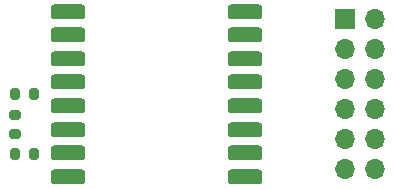
<source format=gbr>
%TF.GenerationSoftware,KiCad,Pcbnew,7.0.4*%
%TF.CreationDate,2023-05-26T13:28:04+02:00*%
%TF.ProjectId,RFM9xW_868,52464d39-7857-45f3-9836-382e6b696361,rev?*%
%TF.SameCoordinates,Original*%
%TF.FileFunction,Soldermask,Top*%
%TF.FilePolarity,Negative*%
%FSLAX46Y46*%
G04 Gerber Fmt 4.6, Leading zero omitted, Abs format (unit mm)*
G04 Created by KiCad (PCBNEW 7.0.4) date 2023-05-26 13:28:04*
%MOMM*%
%LPD*%
G01*
G04 APERTURE LIST*
G04 Aperture macros list*
%AMRoundRect*
0 Rectangle with rounded corners*
0 $1 Rounding radius*
0 $2 $3 $4 $5 $6 $7 $8 $9 X,Y pos of 4 corners*
0 Add a 4 corners polygon primitive as box body*
4,1,4,$2,$3,$4,$5,$6,$7,$8,$9,$2,$3,0*
0 Add four circle primitives for the rounded corners*
1,1,$1+$1,$2,$3*
1,1,$1+$1,$4,$5*
1,1,$1+$1,$6,$7*
1,1,$1+$1,$8,$9*
0 Add four rect primitives between the rounded corners*
20,1,$1+$1,$2,$3,$4,$5,0*
20,1,$1+$1,$4,$5,$6,$7,0*
20,1,$1+$1,$6,$7,$8,$9,0*
20,1,$1+$1,$8,$9,$2,$3,0*%
G04 Aperture macros list end*
%ADD10R,1.700000X1.700000*%
%ADD11O,1.700000X1.700000*%
%ADD12RoundRect,0.200000X-0.200000X-0.275000X0.200000X-0.275000X0.200000X0.275000X-0.200000X0.275000X0*%
%ADD13RoundRect,0.317500X1.157500X0.317500X-1.157500X0.317500X-1.157500X-0.317500X1.157500X-0.317500X0*%
%ADD14RoundRect,0.200000X-0.275000X0.200000X-0.275000X-0.200000X0.275000X-0.200000X0.275000X0.200000X0*%
G04 APERTURE END LIST*
D10*
%TO.C,J1*%
X149860000Y-43180000D03*
D11*
X152400000Y-43180000D03*
X149860000Y-45720000D03*
X152400000Y-45720000D03*
X149860000Y-48260000D03*
X152400000Y-48260000D03*
X149860000Y-50800000D03*
X152400000Y-50800000D03*
X149860000Y-53340000D03*
X152400000Y-53340000D03*
X149860000Y-55880000D03*
X152400000Y-55880000D03*
%TD*%
D12*
%TO.C,M3*%
X121920000Y-54610000D03*
X123570000Y-54610000D03*
%TD*%
D13*
%TO.C,U1*%
X141415000Y-56530000D03*
X141415000Y-54530000D03*
X141415000Y-52530000D03*
X141415000Y-50530000D03*
X141415000Y-48530000D03*
X141415000Y-46530000D03*
X141415000Y-44530000D03*
X141415000Y-42530000D03*
X126365000Y-42530000D03*
X126365000Y-44530000D03*
X126365000Y-46530000D03*
X126365000Y-48530000D03*
X126365000Y-50530000D03*
X126365000Y-52530000D03*
X126365000Y-54530000D03*
X126365000Y-56530000D03*
%TD*%
D12*
%TO.C,M1*%
X121920000Y-49530000D03*
X123570000Y-49530000D03*
%TD*%
D14*
%TO.C,M2*%
X121920000Y-51245000D03*
X121920000Y-52895000D03*
%TD*%
M02*

</source>
